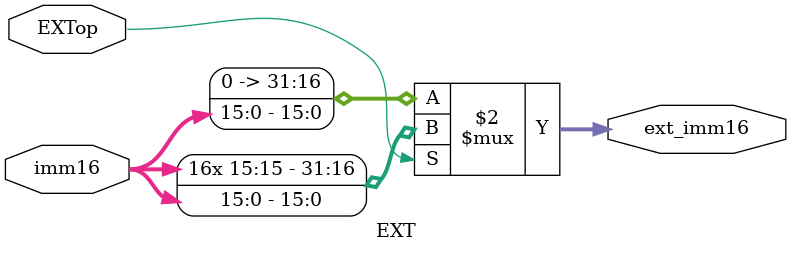
<source format=v>
`timescale 1ns / 1ps
`default_nettype none
module EXT(input wire [15:0] imm16,
           input wire EXTop,
           output wire [31:0] ext_imm16);

assign ext_imm16 = (EXTop == 1'b0) ? {{16{1'b0}},imm16[15:0]} :
{{16{imm16[15]}},imm16[15:0]};


endmodule

</source>
